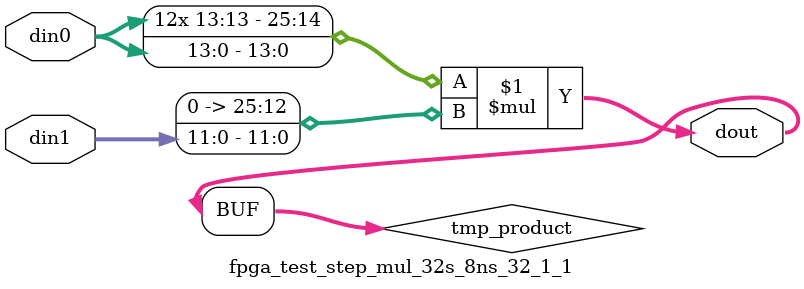
<source format=v>

`timescale 1 ns / 1 ps

  module fpga_test_step_mul_32s_8ns_32_1_1(din0, din1, dout);
parameter ID = 1;
parameter NUM_STAGE = 0;
parameter din0_WIDTH = 14;
parameter din1_WIDTH = 12;
parameter dout_WIDTH = 26;

input [din0_WIDTH - 1 : 0] din0; 
input [din1_WIDTH - 1 : 0] din1; 
output [dout_WIDTH - 1 : 0] dout;

wire signed [dout_WIDTH - 1 : 0] tmp_product;












assign tmp_product = $signed(din0) * $signed({1'b0, din1});









assign dout = tmp_product;







endmodule

</source>
